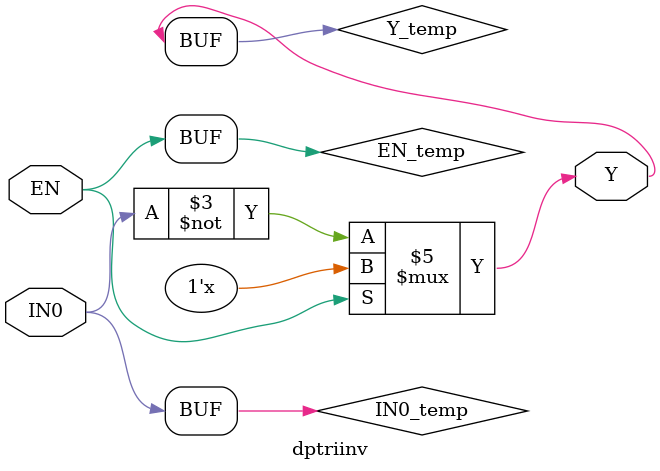
<source format=v>
module dptriinv(EN,IN0,Y);
  parameter BIT = 0;
  parameter COLINST = "0";
  parameter GROUP = "dpath1";
  parameter
        d_EN_r = 0,
        d_EN_f = 0,
        d_IN0_r = 0,
        d_IN0_f = 0,
        d_Y_r = 1,
        d_Y_f = 1;
  input  EN;
  input  IN0;
  output  Y;
  wire  EN_temp;
  wire  IN0_temp;
  reg  Y_temp;
  assign #(d_EN_r,d_EN_f) EN_temp = EN;
  assign #(d_IN0_r,d_IN0_f) IN0_temp = IN0;
  assign #(d_Y_r,d_Y_f) Y = Y_temp;
  always
    @(IN0_temp or EN_temp)
      begin
      if((EN_temp == 1'b0))
        Y_temp = ( ~ IN0_temp);
      else
        Y_temp = 128'bz;
      end
endmodule

</source>
